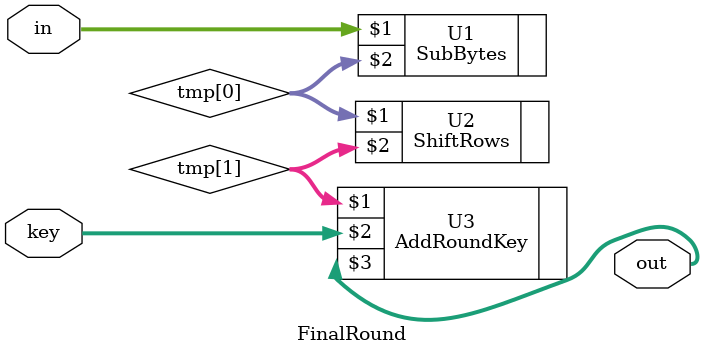
<source format=v>
`timescale 1ns / 1ps
module InitialRound(
		input  wire [127:0] in,
		input  wire [127:0] key,
		output wire [127:0] out);

	AddRoundKey U1(in, key, out);
endmodule

module Round(
		input  wire [127:0] in,
		input  wire [127:0] key,
		output wire [127:0] out);

	wire [127:0] tmp [0:2];

	SubBytes    U1(in,          tmp[0]);
	ShiftRows   U2(tmp[0],      tmp[1]);
	MixColumns  U3(tmp[1],      tmp[2]);
	AddRoundKey U4(tmp[2], key, out);
endmodule

module FinalRound(
		input  wire [127:0] in,
		input  wire [127:0] key,
		output wire [127:0] out);

	wire [127:0] tmp [0:1];

	SubBytes    U1(in,          tmp[0]);
	ShiftRows   U2(tmp[0],      tmp[1]);
	AddRoundKey U3(tmp[1], key, out);
endmodule

</source>
